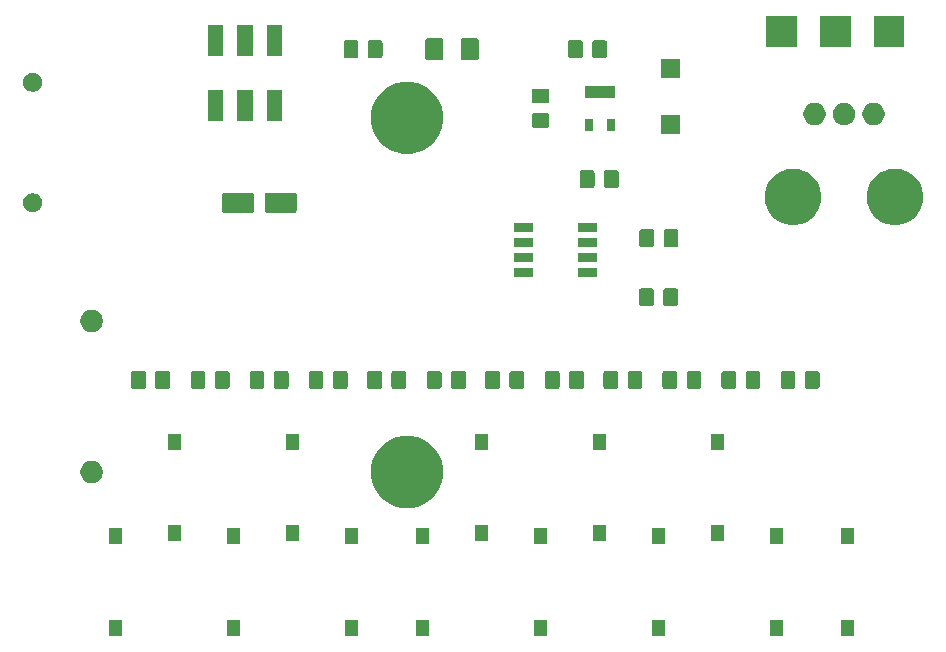
<source format=gts>
G04 #@! TF.GenerationSoftware,KiCad,Pcbnew,(5.1.5)-3*
G04 #@! TF.CreationDate,2020-02-03T22:04:10-05:00*
G04 #@! TF.ProjectId,punk,70756e6b-2e6b-4696-9361-645f70636258,rev?*
G04 #@! TF.SameCoordinates,Original*
G04 #@! TF.FileFunction,Soldermask,Top*
G04 #@! TF.FilePolarity,Negative*
%FSLAX46Y46*%
G04 Gerber Fmt 4.6, Leading zero omitted, Abs format (unit mm)*
G04 Created by KiCad (PCBNEW (5.1.5)-3) date 2020-02-03 22:04:10*
%MOMM*%
%LPD*%
G04 APERTURE LIST*
%ADD10C,0.100000*%
G04 APERTURE END LIST*
D10*
G36*
X166551000Y-124676000D02*
G01*
X165449000Y-124676000D01*
X165449000Y-123324000D01*
X166551000Y-123324000D01*
X166551000Y-124676000D01*
G37*
G36*
X104551000Y-124676000D02*
G01*
X103449000Y-124676000D01*
X103449000Y-123324000D01*
X104551000Y-123324000D01*
X104551000Y-124676000D01*
G37*
G36*
X114551000Y-124676000D02*
G01*
X113449000Y-124676000D01*
X113449000Y-123324000D01*
X114551000Y-123324000D01*
X114551000Y-124676000D01*
G37*
G36*
X124551000Y-124676000D02*
G01*
X123449000Y-124676000D01*
X123449000Y-123324000D01*
X124551000Y-123324000D01*
X124551000Y-124676000D01*
G37*
G36*
X130551000Y-124676000D02*
G01*
X129449000Y-124676000D01*
X129449000Y-123324000D01*
X130551000Y-123324000D01*
X130551000Y-124676000D01*
G37*
G36*
X140551000Y-124676000D02*
G01*
X139449000Y-124676000D01*
X139449000Y-123324000D01*
X140551000Y-123324000D01*
X140551000Y-124676000D01*
G37*
G36*
X150551000Y-124676000D02*
G01*
X149449000Y-124676000D01*
X149449000Y-123324000D01*
X150551000Y-123324000D01*
X150551000Y-124676000D01*
G37*
G36*
X160551000Y-124676000D02*
G01*
X159449000Y-124676000D01*
X159449000Y-123324000D01*
X160551000Y-123324000D01*
X160551000Y-124676000D01*
G37*
G36*
X150551000Y-116926000D02*
G01*
X149449000Y-116926000D01*
X149449000Y-115574000D01*
X150551000Y-115574000D01*
X150551000Y-116926000D01*
G37*
G36*
X160551000Y-116926000D02*
G01*
X159449000Y-116926000D01*
X159449000Y-115574000D01*
X160551000Y-115574000D01*
X160551000Y-116926000D01*
G37*
G36*
X166551000Y-116926000D02*
G01*
X165449000Y-116926000D01*
X165449000Y-115574000D01*
X166551000Y-115574000D01*
X166551000Y-116926000D01*
G37*
G36*
X140551000Y-116926000D02*
G01*
X139449000Y-116926000D01*
X139449000Y-115574000D01*
X140551000Y-115574000D01*
X140551000Y-116926000D01*
G37*
G36*
X124551000Y-116926000D02*
G01*
X123449000Y-116926000D01*
X123449000Y-115574000D01*
X124551000Y-115574000D01*
X124551000Y-116926000D01*
G37*
G36*
X114551000Y-116926000D02*
G01*
X113449000Y-116926000D01*
X113449000Y-115574000D01*
X114551000Y-115574000D01*
X114551000Y-116926000D01*
G37*
G36*
X104551000Y-116926000D02*
G01*
X103449000Y-116926000D01*
X103449000Y-115574000D01*
X104551000Y-115574000D01*
X104551000Y-116926000D01*
G37*
G36*
X130551000Y-116926000D02*
G01*
X129449000Y-116926000D01*
X129449000Y-115574000D01*
X130551000Y-115574000D01*
X130551000Y-116926000D01*
G37*
G36*
X109551000Y-116676000D02*
G01*
X108449000Y-116676000D01*
X108449000Y-115324000D01*
X109551000Y-115324000D01*
X109551000Y-116676000D01*
G37*
G36*
X119551000Y-116676000D02*
G01*
X118449000Y-116676000D01*
X118449000Y-115324000D01*
X119551000Y-115324000D01*
X119551000Y-116676000D01*
G37*
G36*
X145551000Y-116676000D02*
G01*
X144449000Y-116676000D01*
X144449000Y-115324000D01*
X145551000Y-115324000D01*
X145551000Y-116676000D01*
G37*
G36*
X155551000Y-116676000D02*
G01*
X154449000Y-116676000D01*
X154449000Y-115324000D01*
X155551000Y-115324000D01*
X155551000Y-116676000D01*
G37*
G36*
X135551000Y-116676000D02*
G01*
X134449000Y-116676000D01*
X134449000Y-115324000D01*
X135551000Y-115324000D01*
X135551000Y-116676000D01*
G37*
G36*
X129589943Y-107866248D02*
G01*
X130145189Y-108096238D01*
X130145190Y-108096239D01*
X130644899Y-108430134D01*
X131069866Y-108855101D01*
X131069867Y-108855103D01*
X131403762Y-109354811D01*
X131633752Y-109910057D01*
X131751000Y-110499501D01*
X131751000Y-111100499D01*
X131633752Y-111689943D01*
X131403762Y-112245189D01*
X131403761Y-112245190D01*
X131069866Y-112744899D01*
X130644899Y-113169866D01*
X130393347Y-113337948D01*
X130145189Y-113503762D01*
X129589943Y-113733752D01*
X129000499Y-113851000D01*
X128399501Y-113851000D01*
X127810057Y-113733752D01*
X127254811Y-113503762D01*
X127006653Y-113337948D01*
X126755101Y-113169866D01*
X126330134Y-112744899D01*
X125996239Y-112245190D01*
X125996238Y-112245189D01*
X125766248Y-111689943D01*
X125649000Y-111100499D01*
X125649000Y-110499501D01*
X125766248Y-109910057D01*
X125996238Y-109354811D01*
X126330133Y-108855103D01*
X126330134Y-108855101D01*
X126755101Y-108430134D01*
X127254810Y-108096239D01*
X127254811Y-108096238D01*
X127810057Y-107866248D01*
X128399501Y-107749000D01*
X129000499Y-107749000D01*
X129589943Y-107866248D01*
G37*
G36*
X102277395Y-109885546D02*
G01*
X102450466Y-109957234D01*
X102450467Y-109957235D01*
X102606227Y-110061310D01*
X102738690Y-110193773D01*
X102738691Y-110193775D01*
X102842766Y-110349534D01*
X102914454Y-110522605D01*
X102951000Y-110706333D01*
X102951000Y-110893667D01*
X102914454Y-111077395D01*
X102842766Y-111250466D01*
X102842765Y-111250467D01*
X102738690Y-111406227D01*
X102606227Y-111538690D01*
X102527818Y-111591081D01*
X102450466Y-111642766D01*
X102277395Y-111714454D01*
X102093667Y-111751000D01*
X101906333Y-111751000D01*
X101722605Y-111714454D01*
X101549534Y-111642766D01*
X101472182Y-111591081D01*
X101393773Y-111538690D01*
X101261310Y-111406227D01*
X101157235Y-111250467D01*
X101157234Y-111250466D01*
X101085546Y-111077395D01*
X101049000Y-110893667D01*
X101049000Y-110706333D01*
X101085546Y-110522605D01*
X101157234Y-110349534D01*
X101261309Y-110193775D01*
X101261310Y-110193773D01*
X101393773Y-110061310D01*
X101549533Y-109957235D01*
X101549534Y-109957234D01*
X101722605Y-109885546D01*
X101906333Y-109849000D01*
X102093667Y-109849000D01*
X102277395Y-109885546D01*
G37*
G36*
X109551000Y-108926000D02*
G01*
X108449000Y-108926000D01*
X108449000Y-107574000D01*
X109551000Y-107574000D01*
X109551000Y-108926000D01*
G37*
G36*
X135551000Y-108926000D02*
G01*
X134449000Y-108926000D01*
X134449000Y-107574000D01*
X135551000Y-107574000D01*
X135551000Y-108926000D01*
G37*
G36*
X145551000Y-108926000D02*
G01*
X144449000Y-108926000D01*
X144449000Y-107574000D01*
X145551000Y-107574000D01*
X145551000Y-108926000D01*
G37*
G36*
X155551000Y-108926000D02*
G01*
X154449000Y-108926000D01*
X154449000Y-107574000D01*
X155551000Y-107574000D01*
X155551000Y-108926000D01*
G37*
G36*
X119551000Y-108926000D02*
G01*
X118449000Y-108926000D01*
X118449000Y-107574000D01*
X119551000Y-107574000D01*
X119551000Y-108926000D01*
G37*
G36*
X136413674Y-102253465D02*
G01*
X136451367Y-102264899D01*
X136486103Y-102283466D01*
X136516548Y-102308452D01*
X136541534Y-102338897D01*
X136560101Y-102373633D01*
X136571535Y-102411326D01*
X136576000Y-102456661D01*
X136576000Y-103543339D01*
X136571535Y-103588674D01*
X136560101Y-103626367D01*
X136541534Y-103661103D01*
X136516548Y-103691548D01*
X136486103Y-103716534D01*
X136451367Y-103735101D01*
X136413674Y-103746535D01*
X136368339Y-103751000D01*
X135531661Y-103751000D01*
X135486326Y-103746535D01*
X135448633Y-103735101D01*
X135413897Y-103716534D01*
X135383452Y-103691548D01*
X135358466Y-103661103D01*
X135339899Y-103626367D01*
X135328465Y-103588674D01*
X135324000Y-103543339D01*
X135324000Y-102456661D01*
X135328465Y-102411326D01*
X135339899Y-102373633D01*
X135358466Y-102338897D01*
X135383452Y-102308452D01*
X135413897Y-102283466D01*
X135448633Y-102264899D01*
X135486326Y-102253465D01*
X135531661Y-102249000D01*
X136368339Y-102249000D01*
X136413674Y-102253465D01*
G37*
G36*
X106413674Y-102253465D02*
G01*
X106451367Y-102264899D01*
X106486103Y-102283466D01*
X106516548Y-102308452D01*
X106541534Y-102338897D01*
X106560101Y-102373633D01*
X106571535Y-102411326D01*
X106576000Y-102456661D01*
X106576000Y-103543339D01*
X106571535Y-103588674D01*
X106560101Y-103626367D01*
X106541534Y-103661103D01*
X106516548Y-103691548D01*
X106486103Y-103716534D01*
X106451367Y-103735101D01*
X106413674Y-103746535D01*
X106368339Y-103751000D01*
X105531661Y-103751000D01*
X105486326Y-103746535D01*
X105448633Y-103735101D01*
X105413897Y-103716534D01*
X105383452Y-103691548D01*
X105358466Y-103661103D01*
X105339899Y-103626367D01*
X105328465Y-103588674D01*
X105324000Y-103543339D01*
X105324000Y-102456661D01*
X105328465Y-102411326D01*
X105339899Y-102373633D01*
X105358466Y-102338897D01*
X105383452Y-102308452D01*
X105413897Y-102283466D01*
X105448633Y-102264899D01*
X105486326Y-102253465D01*
X105531661Y-102249000D01*
X106368339Y-102249000D01*
X106413674Y-102253465D01*
G37*
G36*
X131463674Y-102253465D02*
G01*
X131501367Y-102264899D01*
X131536103Y-102283466D01*
X131566548Y-102308452D01*
X131591534Y-102338897D01*
X131610101Y-102373633D01*
X131621535Y-102411326D01*
X131626000Y-102456661D01*
X131626000Y-103543339D01*
X131621535Y-103588674D01*
X131610101Y-103626367D01*
X131591534Y-103661103D01*
X131566548Y-103691548D01*
X131536103Y-103716534D01*
X131501367Y-103735101D01*
X131463674Y-103746535D01*
X131418339Y-103751000D01*
X130581661Y-103751000D01*
X130536326Y-103746535D01*
X130498633Y-103735101D01*
X130463897Y-103716534D01*
X130433452Y-103691548D01*
X130408466Y-103661103D01*
X130389899Y-103626367D01*
X130378465Y-103588674D01*
X130374000Y-103543339D01*
X130374000Y-102456661D01*
X130378465Y-102411326D01*
X130389899Y-102373633D01*
X130408466Y-102338897D01*
X130433452Y-102308452D01*
X130463897Y-102283466D01*
X130498633Y-102264899D01*
X130536326Y-102253465D01*
X130581661Y-102249000D01*
X131418339Y-102249000D01*
X131463674Y-102253465D01*
G37*
G36*
X128463674Y-102253465D02*
G01*
X128501367Y-102264899D01*
X128536103Y-102283466D01*
X128566548Y-102308452D01*
X128591534Y-102338897D01*
X128610101Y-102373633D01*
X128621535Y-102411326D01*
X128626000Y-102456661D01*
X128626000Y-103543339D01*
X128621535Y-103588674D01*
X128610101Y-103626367D01*
X128591534Y-103661103D01*
X128566548Y-103691548D01*
X128536103Y-103716534D01*
X128501367Y-103735101D01*
X128463674Y-103746535D01*
X128418339Y-103751000D01*
X127581661Y-103751000D01*
X127536326Y-103746535D01*
X127498633Y-103735101D01*
X127463897Y-103716534D01*
X127433452Y-103691548D01*
X127408466Y-103661103D01*
X127389899Y-103626367D01*
X127378465Y-103588674D01*
X127374000Y-103543339D01*
X127374000Y-102456661D01*
X127378465Y-102411326D01*
X127389899Y-102373633D01*
X127408466Y-102338897D01*
X127433452Y-102308452D01*
X127463897Y-102283466D01*
X127498633Y-102264899D01*
X127536326Y-102253465D01*
X127581661Y-102249000D01*
X128418339Y-102249000D01*
X128463674Y-102253465D01*
G37*
G36*
X126413674Y-102253465D02*
G01*
X126451367Y-102264899D01*
X126486103Y-102283466D01*
X126516548Y-102308452D01*
X126541534Y-102338897D01*
X126560101Y-102373633D01*
X126571535Y-102411326D01*
X126576000Y-102456661D01*
X126576000Y-103543339D01*
X126571535Y-103588674D01*
X126560101Y-103626367D01*
X126541534Y-103661103D01*
X126516548Y-103691548D01*
X126486103Y-103716534D01*
X126451367Y-103735101D01*
X126413674Y-103746535D01*
X126368339Y-103751000D01*
X125531661Y-103751000D01*
X125486326Y-103746535D01*
X125448633Y-103735101D01*
X125413897Y-103716534D01*
X125383452Y-103691548D01*
X125358466Y-103661103D01*
X125339899Y-103626367D01*
X125328465Y-103588674D01*
X125324000Y-103543339D01*
X125324000Y-102456661D01*
X125328465Y-102411326D01*
X125339899Y-102373633D01*
X125358466Y-102338897D01*
X125383452Y-102308452D01*
X125413897Y-102283466D01*
X125448633Y-102264899D01*
X125486326Y-102253465D01*
X125531661Y-102249000D01*
X126368339Y-102249000D01*
X126413674Y-102253465D01*
G37*
G36*
X123513674Y-102253465D02*
G01*
X123551367Y-102264899D01*
X123586103Y-102283466D01*
X123616548Y-102308452D01*
X123641534Y-102338897D01*
X123660101Y-102373633D01*
X123671535Y-102411326D01*
X123676000Y-102456661D01*
X123676000Y-103543339D01*
X123671535Y-103588674D01*
X123660101Y-103626367D01*
X123641534Y-103661103D01*
X123616548Y-103691548D01*
X123586103Y-103716534D01*
X123551367Y-103735101D01*
X123513674Y-103746535D01*
X123468339Y-103751000D01*
X122631661Y-103751000D01*
X122586326Y-103746535D01*
X122548633Y-103735101D01*
X122513897Y-103716534D01*
X122483452Y-103691548D01*
X122458466Y-103661103D01*
X122439899Y-103626367D01*
X122428465Y-103588674D01*
X122424000Y-103543339D01*
X122424000Y-102456661D01*
X122428465Y-102411326D01*
X122439899Y-102373633D01*
X122458466Y-102338897D01*
X122483452Y-102308452D01*
X122513897Y-102283466D01*
X122548633Y-102264899D01*
X122586326Y-102253465D01*
X122631661Y-102249000D01*
X123468339Y-102249000D01*
X123513674Y-102253465D01*
G37*
G36*
X121463674Y-102253465D02*
G01*
X121501367Y-102264899D01*
X121536103Y-102283466D01*
X121566548Y-102308452D01*
X121591534Y-102338897D01*
X121610101Y-102373633D01*
X121621535Y-102411326D01*
X121626000Y-102456661D01*
X121626000Y-103543339D01*
X121621535Y-103588674D01*
X121610101Y-103626367D01*
X121591534Y-103661103D01*
X121566548Y-103691548D01*
X121536103Y-103716534D01*
X121501367Y-103735101D01*
X121463674Y-103746535D01*
X121418339Y-103751000D01*
X120581661Y-103751000D01*
X120536326Y-103746535D01*
X120498633Y-103735101D01*
X120463897Y-103716534D01*
X120433452Y-103691548D01*
X120408466Y-103661103D01*
X120389899Y-103626367D01*
X120378465Y-103588674D01*
X120374000Y-103543339D01*
X120374000Y-102456661D01*
X120378465Y-102411326D01*
X120389899Y-102373633D01*
X120408466Y-102338897D01*
X120433452Y-102308452D01*
X120463897Y-102283466D01*
X120498633Y-102264899D01*
X120536326Y-102253465D01*
X120581661Y-102249000D01*
X121418339Y-102249000D01*
X121463674Y-102253465D01*
G37*
G36*
X118513674Y-102253465D02*
G01*
X118551367Y-102264899D01*
X118586103Y-102283466D01*
X118616548Y-102308452D01*
X118641534Y-102338897D01*
X118660101Y-102373633D01*
X118671535Y-102411326D01*
X118676000Y-102456661D01*
X118676000Y-103543339D01*
X118671535Y-103588674D01*
X118660101Y-103626367D01*
X118641534Y-103661103D01*
X118616548Y-103691548D01*
X118586103Y-103716534D01*
X118551367Y-103735101D01*
X118513674Y-103746535D01*
X118468339Y-103751000D01*
X117631661Y-103751000D01*
X117586326Y-103746535D01*
X117548633Y-103735101D01*
X117513897Y-103716534D01*
X117483452Y-103691548D01*
X117458466Y-103661103D01*
X117439899Y-103626367D01*
X117428465Y-103588674D01*
X117424000Y-103543339D01*
X117424000Y-102456661D01*
X117428465Y-102411326D01*
X117439899Y-102373633D01*
X117458466Y-102338897D01*
X117483452Y-102308452D01*
X117513897Y-102283466D01*
X117548633Y-102264899D01*
X117586326Y-102253465D01*
X117631661Y-102249000D01*
X118468339Y-102249000D01*
X118513674Y-102253465D01*
G37*
G36*
X116463674Y-102253465D02*
G01*
X116501367Y-102264899D01*
X116536103Y-102283466D01*
X116566548Y-102308452D01*
X116591534Y-102338897D01*
X116610101Y-102373633D01*
X116621535Y-102411326D01*
X116626000Y-102456661D01*
X116626000Y-103543339D01*
X116621535Y-103588674D01*
X116610101Y-103626367D01*
X116591534Y-103661103D01*
X116566548Y-103691548D01*
X116536103Y-103716534D01*
X116501367Y-103735101D01*
X116463674Y-103746535D01*
X116418339Y-103751000D01*
X115581661Y-103751000D01*
X115536326Y-103746535D01*
X115498633Y-103735101D01*
X115463897Y-103716534D01*
X115433452Y-103691548D01*
X115408466Y-103661103D01*
X115389899Y-103626367D01*
X115378465Y-103588674D01*
X115374000Y-103543339D01*
X115374000Y-102456661D01*
X115378465Y-102411326D01*
X115389899Y-102373633D01*
X115408466Y-102338897D01*
X115433452Y-102308452D01*
X115463897Y-102283466D01*
X115498633Y-102264899D01*
X115536326Y-102253465D01*
X115581661Y-102249000D01*
X116418339Y-102249000D01*
X116463674Y-102253465D01*
G37*
G36*
X111463674Y-102253465D02*
G01*
X111501367Y-102264899D01*
X111536103Y-102283466D01*
X111566548Y-102308452D01*
X111591534Y-102338897D01*
X111610101Y-102373633D01*
X111621535Y-102411326D01*
X111626000Y-102456661D01*
X111626000Y-103543339D01*
X111621535Y-103588674D01*
X111610101Y-103626367D01*
X111591534Y-103661103D01*
X111566548Y-103691548D01*
X111536103Y-103716534D01*
X111501367Y-103735101D01*
X111463674Y-103746535D01*
X111418339Y-103751000D01*
X110581661Y-103751000D01*
X110536326Y-103746535D01*
X110498633Y-103735101D01*
X110463897Y-103716534D01*
X110433452Y-103691548D01*
X110408466Y-103661103D01*
X110389899Y-103626367D01*
X110378465Y-103588674D01*
X110374000Y-103543339D01*
X110374000Y-102456661D01*
X110378465Y-102411326D01*
X110389899Y-102373633D01*
X110408466Y-102338897D01*
X110433452Y-102308452D01*
X110463897Y-102283466D01*
X110498633Y-102264899D01*
X110536326Y-102253465D01*
X110581661Y-102249000D01*
X111418339Y-102249000D01*
X111463674Y-102253465D01*
G37*
G36*
X108463674Y-102253465D02*
G01*
X108501367Y-102264899D01*
X108536103Y-102283466D01*
X108566548Y-102308452D01*
X108591534Y-102338897D01*
X108610101Y-102373633D01*
X108621535Y-102411326D01*
X108626000Y-102456661D01*
X108626000Y-103543339D01*
X108621535Y-103588674D01*
X108610101Y-103626367D01*
X108591534Y-103661103D01*
X108566548Y-103691548D01*
X108536103Y-103716534D01*
X108501367Y-103735101D01*
X108463674Y-103746535D01*
X108418339Y-103751000D01*
X107581661Y-103751000D01*
X107536326Y-103746535D01*
X107498633Y-103735101D01*
X107463897Y-103716534D01*
X107433452Y-103691548D01*
X107408466Y-103661103D01*
X107389899Y-103626367D01*
X107378465Y-103588674D01*
X107374000Y-103543339D01*
X107374000Y-102456661D01*
X107378465Y-102411326D01*
X107389899Y-102373633D01*
X107408466Y-102338897D01*
X107433452Y-102308452D01*
X107463897Y-102283466D01*
X107498633Y-102264899D01*
X107536326Y-102253465D01*
X107581661Y-102249000D01*
X108418339Y-102249000D01*
X108463674Y-102253465D01*
G37*
G36*
X113513674Y-102253465D02*
G01*
X113551367Y-102264899D01*
X113586103Y-102283466D01*
X113616548Y-102308452D01*
X113641534Y-102338897D01*
X113660101Y-102373633D01*
X113671535Y-102411326D01*
X113676000Y-102456661D01*
X113676000Y-103543339D01*
X113671535Y-103588674D01*
X113660101Y-103626367D01*
X113641534Y-103661103D01*
X113616548Y-103691548D01*
X113586103Y-103716534D01*
X113551367Y-103735101D01*
X113513674Y-103746535D01*
X113468339Y-103751000D01*
X112631661Y-103751000D01*
X112586326Y-103746535D01*
X112548633Y-103735101D01*
X112513897Y-103716534D01*
X112483452Y-103691548D01*
X112458466Y-103661103D01*
X112439899Y-103626367D01*
X112428465Y-103588674D01*
X112424000Y-103543339D01*
X112424000Y-102456661D01*
X112428465Y-102411326D01*
X112439899Y-102373633D01*
X112458466Y-102338897D01*
X112483452Y-102308452D01*
X112513897Y-102283466D01*
X112548633Y-102264899D01*
X112586326Y-102253465D01*
X112631661Y-102249000D01*
X113468339Y-102249000D01*
X113513674Y-102253465D01*
G37*
G36*
X141463674Y-102253465D02*
G01*
X141501367Y-102264899D01*
X141536103Y-102283466D01*
X141566548Y-102308452D01*
X141591534Y-102338897D01*
X141610101Y-102373633D01*
X141621535Y-102411326D01*
X141626000Y-102456661D01*
X141626000Y-103543339D01*
X141621535Y-103588674D01*
X141610101Y-103626367D01*
X141591534Y-103661103D01*
X141566548Y-103691548D01*
X141536103Y-103716534D01*
X141501367Y-103735101D01*
X141463674Y-103746535D01*
X141418339Y-103751000D01*
X140581661Y-103751000D01*
X140536326Y-103746535D01*
X140498633Y-103735101D01*
X140463897Y-103716534D01*
X140433452Y-103691548D01*
X140408466Y-103661103D01*
X140389899Y-103626367D01*
X140378465Y-103588674D01*
X140374000Y-103543339D01*
X140374000Y-102456661D01*
X140378465Y-102411326D01*
X140389899Y-102373633D01*
X140408466Y-102338897D01*
X140433452Y-102308452D01*
X140463897Y-102283466D01*
X140498633Y-102264899D01*
X140536326Y-102253465D01*
X140581661Y-102249000D01*
X141418339Y-102249000D01*
X141463674Y-102253465D01*
G37*
G36*
X138463674Y-102253465D02*
G01*
X138501367Y-102264899D01*
X138536103Y-102283466D01*
X138566548Y-102308452D01*
X138591534Y-102338897D01*
X138610101Y-102373633D01*
X138621535Y-102411326D01*
X138626000Y-102456661D01*
X138626000Y-103543339D01*
X138621535Y-103588674D01*
X138610101Y-103626367D01*
X138591534Y-103661103D01*
X138566548Y-103691548D01*
X138536103Y-103716534D01*
X138501367Y-103735101D01*
X138463674Y-103746535D01*
X138418339Y-103751000D01*
X137581661Y-103751000D01*
X137536326Y-103746535D01*
X137498633Y-103735101D01*
X137463897Y-103716534D01*
X137433452Y-103691548D01*
X137408466Y-103661103D01*
X137389899Y-103626367D01*
X137378465Y-103588674D01*
X137374000Y-103543339D01*
X137374000Y-102456661D01*
X137378465Y-102411326D01*
X137389899Y-102373633D01*
X137408466Y-102338897D01*
X137433452Y-102308452D01*
X137463897Y-102283466D01*
X137498633Y-102264899D01*
X137536326Y-102253465D01*
X137581661Y-102249000D01*
X138418339Y-102249000D01*
X138463674Y-102253465D01*
G37*
G36*
X163463674Y-102253465D02*
G01*
X163501367Y-102264899D01*
X163536103Y-102283466D01*
X163566548Y-102308452D01*
X163591534Y-102338897D01*
X163610101Y-102373633D01*
X163621535Y-102411326D01*
X163626000Y-102456661D01*
X163626000Y-103543339D01*
X163621535Y-103588674D01*
X163610101Y-103626367D01*
X163591534Y-103661103D01*
X163566548Y-103691548D01*
X163536103Y-103716534D01*
X163501367Y-103735101D01*
X163463674Y-103746535D01*
X163418339Y-103751000D01*
X162581661Y-103751000D01*
X162536326Y-103746535D01*
X162498633Y-103735101D01*
X162463897Y-103716534D01*
X162433452Y-103691548D01*
X162408466Y-103661103D01*
X162389899Y-103626367D01*
X162378465Y-103588674D01*
X162374000Y-103543339D01*
X162374000Y-102456661D01*
X162378465Y-102411326D01*
X162389899Y-102373633D01*
X162408466Y-102338897D01*
X162433452Y-102308452D01*
X162463897Y-102283466D01*
X162498633Y-102264899D01*
X162536326Y-102253465D01*
X162581661Y-102249000D01*
X163418339Y-102249000D01*
X163463674Y-102253465D01*
G37*
G36*
X133513674Y-102253465D02*
G01*
X133551367Y-102264899D01*
X133586103Y-102283466D01*
X133616548Y-102308452D01*
X133641534Y-102338897D01*
X133660101Y-102373633D01*
X133671535Y-102411326D01*
X133676000Y-102456661D01*
X133676000Y-103543339D01*
X133671535Y-103588674D01*
X133660101Y-103626367D01*
X133641534Y-103661103D01*
X133616548Y-103691548D01*
X133586103Y-103716534D01*
X133551367Y-103735101D01*
X133513674Y-103746535D01*
X133468339Y-103751000D01*
X132631661Y-103751000D01*
X132586326Y-103746535D01*
X132548633Y-103735101D01*
X132513897Y-103716534D01*
X132483452Y-103691548D01*
X132458466Y-103661103D01*
X132439899Y-103626367D01*
X132428465Y-103588674D01*
X132424000Y-103543339D01*
X132424000Y-102456661D01*
X132428465Y-102411326D01*
X132439899Y-102373633D01*
X132458466Y-102338897D01*
X132483452Y-102308452D01*
X132513897Y-102283466D01*
X132548633Y-102264899D01*
X132586326Y-102253465D01*
X132631661Y-102249000D01*
X133468339Y-102249000D01*
X133513674Y-102253465D01*
G37*
G36*
X161413674Y-102253465D02*
G01*
X161451367Y-102264899D01*
X161486103Y-102283466D01*
X161516548Y-102308452D01*
X161541534Y-102338897D01*
X161560101Y-102373633D01*
X161571535Y-102411326D01*
X161576000Y-102456661D01*
X161576000Y-103543339D01*
X161571535Y-103588674D01*
X161560101Y-103626367D01*
X161541534Y-103661103D01*
X161516548Y-103691548D01*
X161486103Y-103716534D01*
X161451367Y-103735101D01*
X161413674Y-103746535D01*
X161368339Y-103751000D01*
X160531661Y-103751000D01*
X160486326Y-103746535D01*
X160448633Y-103735101D01*
X160413897Y-103716534D01*
X160383452Y-103691548D01*
X160358466Y-103661103D01*
X160339899Y-103626367D01*
X160328465Y-103588674D01*
X160324000Y-103543339D01*
X160324000Y-102456661D01*
X160328465Y-102411326D01*
X160339899Y-102373633D01*
X160358466Y-102338897D01*
X160383452Y-102308452D01*
X160413897Y-102283466D01*
X160448633Y-102264899D01*
X160486326Y-102253465D01*
X160531661Y-102249000D01*
X161368339Y-102249000D01*
X161413674Y-102253465D01*
G37*
G36*
X158463674Y-102253465D02*
G01*
X158501367Y-102264899D01*
X158536103Y-102283466D01*
X158566548Y-102308452D01*
X158591534Y-102338897D01*
X158610101Y-102373633D01*
X158621535Y-102411326D01*
X158626000Y-102456661D01*
X158626000Y-103543339D01*
X158621535Y-103588674D01*
X158610101Y-103626367D01*
X158591534Y-103661103D01*
X158566548Y-103691548D01*
X158536103Y-103716534D01*
X158501367Y-103735101D01*
X158463674Y-103746535D01*
X158418339Y-103751000D01*
X157581661Y-103751000D01*
X157536326Y-103746535D01*
X157498633Y-103735101D01*
X157463897Y-103716534D01*
X157433452Y-103691548D01*
X157408466Y-103661103D01*
X157389899Y-103626367D01*
X157378465Y-103588674D01*
X157374000Y-103543339D01*
X157374000Y-102456661D01*
X157378465Y-102411326D01*
X157389899Y-102373633D01*
X157408466Y-102338897D01*
X157433452Y-102308452D01*
X157463897Y-102283466D01*
X157498633Y-102264899D01*
X157536326Y-102253465D01*
X157581661Y-102249000D01*
X158418339Y-102249000D01*
X158463674Y-102253465D01*
G37*
G36*
X156413674Y-102253465D02*
G01*
X156451367Y-102264899D01*
X156486103Y-102283466D01*
X156516548Y-102308452D01*
X156541534Y-102338897D01*
X156560101Y-102373633D01*
X156571535Y-102411326D01*
X156576000Y-102456661D01*
X156576000Y-103543339D01*
X156571535Y-103588674D01*
X156560101Y-103626367D01*
X156541534Y-103661103D01*
X156516548Y-103691548D01*
X156486103Y-103716534D01*
X156451367Y-103735101D01*
X156413674Y-103746535D01*
X156368339Y-103751000D01*
X155531661Y-103751000D01*
X155486326Y-103746535D01*
X155448633Y-103735101D01*
X155413897Y-103716534D01*
X155383452Y-103691548D01*
X155358466Y-103661103D01*
X155339899Y-103626367D01*
X155328465Y-103588674D01*
X155324000Y-103543339D01*
X155324000Y-102456661D01*
X155328465Y-102411326D01*
X155339899Y-102373633D01*
X155358466Y-102338897D01*
X155383452Y-102308452D01*
X155413897Y-102283466D01*
X155448633Y-102264899D01*
X155486326Y-102253465D01*
X155531661Y-102249000D01*
X156368339Y-102249000D01*
X156413674Y-102253465D01*
G37*
G36*
X151413674Y-102253465D02*
G01*
X151451367Y-102264899D01*
X151486103Y-102283466D01*
X151516548Y-102308452D01*
X151541534Y-102338897D01*
X151560101Y-102373633D01*
X151571535Y-102411326D01*
X151576000Y-102456661D01*
X151576000Y-103543339D01*
X151571535Y-103588674D01*
X151560101Y-103626367D01*
X151541534Y-103661103D01*
X151516548Y-103691548D01*
X151486103Y-103716534D01*
X151451367Y-103735101D01*
X151413674Y-103746535D01*
X151368339Y-103751000D01*
X150531661Y-103751000D01*
X150486326Y-103746535D01*
X150448633Y-103735101D01*
X150413897Y-103716534D01*
X150383452Y-103691548D01*
X150358466Y-103661103D01*
X150339899Y-103626367D01*
X150328465Y-103588674D01*
X150324000Y-103543339D01*
X150324000Y-102456661D01*
X150328465Y-102411326D01*
X150339899Y-102373633D01*
X150358466Y-102338897D01*
X150383452Y-102308452D01*
X150413897Y-102283466D01*
X150448633Y-102264899D01*
X150486326Y-102253465D01*
X150531661Y-102249000D01*
X151368339Y-102249000D01*
X151413674Y-102253465D01*
G37*
G36*
X148463674Y-102253465D02*
G01*
X148501367Y-102264899D01*
X148536103Y-102283466D01*
X148566548Y-102308452D01*
X148591534Y-102338897D01*
X148610101Y-102373633D01*
X148621535Y-102411326D01*
X148626000Y-102456661D01*
X148626000Y-103543339D01*
X148621535Y-103588674D01*
X148610101Y-103626367D01*
X148591534Y-103661103D01*
X148566548Y-103691548D01*
X148536103Y-103716534D01*
X148501367Y-103735101D01*
X148463674Y-103746535D01*
X148418339Y-103751000D01*
X147581661Y-103751000D01*
X147536326Y-103746535D01*
X147498633Y-103735101D01*
X147463897Y-103716534D01*
X147433452Y-103691548D01*
X147408466Y-103661103D01*
X147389899Y-103626367D01*
X147378465Y-103588674D01*
X147374000Y-103543339D01*
X147374000Y-102456661D01*
X147378465Y-102411326D01*
X147389899Y-102373633D01*
X147408466Y-102338897D01*
X147433452Y-102308452D01*
X147463897Y-102283466D01*
X147498633Y-102264899D01*
X147536326Y-102253465D01*
X147581661Y-102249000D01*
X148418339Y-102249000D01*
X148463674Y-102253465D01*
G37*
G36*
X146413674Y-102253465D02*
G01*
X146451367Y-102264899D01*
X146486103Y-102283466D01*
X146516548Y-102308452D01*
X146541534Y-102338897D01*
X146560101Y-102373633D01*
X146571535Y-102411326D01*
X146576000Y-102456661D01*
X146576000Y-103543339D01*
X146571535Y-103588674D01*
X146560101Y-103626367D01*
X146541534Y-103661103D01*
X146516548Y-103691548D01*
X146486103Y-103716534D01*
X146451367Y-103735101D01*
X146413674Y-103746535D01*
X146368339Y-103751000D01*
X145531661Y-103751000D01*
X145486326Y-103746535D01*
X145448633Y-103735101D01*
X145413897Y-103716534D01*
X145383452Y-103691548D01*
X145358466Y-103661103D01*
X145339899Y-103626367D01*
X145328465Y-103588674D01*
X145324000Y-103543339D01*
X145324000Y-102456661D01*
X145328465Y-102411326D01*
X145339899Y-102373633D01*
X145358466Y-102338897D01*
X145383452Y-102308452D01*
X145413897Y-102283466D01*
X145448633Y-102264899D01*
X145486326Y-102253465D01*
X145531661Y-102249000D01*
X146368339Y-102249000D01*
X146413674Y-102253465D01*
G37*
G36*
X143513674Y-102253465D02*
G01*
X143551367Y-102264899D01*
X143586103Y-102283466D01*
X143616548Y-102308452D01*
X143641534Y-102338897D01*
X143660101Y-102373633D01*
X143671535Y-102411326D01*
X143676000Y-102456661D01*
X143676000Y-103543339D01*
X143671535Y-103588674D01*
X143660101Y-103626367D01*
X143641534Y-103661103D01*
X143616548Y-103691548D01*
X143586103Y-103716534D01*
X143551367Y-103735101D01*
X143513674Y-103746535D01*
X143468339Y-103751000D01*
X142631661Y-103751000D01*
X142586326Y-103746535D01*
X142548633Y-103735101D01*
X142513897Y-103716534D01*
X142483452Y-103691548D01*
X142458466Y-103661103D01*
X142439899Y-103626367D01*
X142428465Y-103588674D01*
X142424000Y-103543339D01*
X142424000Y-102456661D01*
X142428465Y-102411326D01*
X142439899Y-102373633D01*
X142458466Y-102338897D01*
X142483452Y-102308452D01*
X142513897Y-102283466D01*
X142548633Y-102264899D01*
X142586326Y-102253465D01*
X142631661Y-102249000D01*
X143468339Y-102249000D01*
X143513674Y-102253465D01*
G37*
G36*
X153463674Y-102253465D02*
G01*
X153501367Y-102264899D01*
X153536103Y-102283466D01*
X153566548Y-102308452D01*
X153591534Y-102338897D01*
X153610101Y-102373633D01*
X153621535Y-102411326D01*
X153626000Y-102456661D01*
X153626000Y-103543339D01*
X153621535Y-103588674D01*
X153610101Y-103626367D01*
X153591534Y-103661103D01*
X153566548Y-103691548D01*
X153536103Y-103716534D01*
X153501367Y-103735101D01*
X153463674Y-103746535D01*
X153418339Y-103751000D01*
X152581661Y-103751000D01*
X152536326Y-103746535D01*
X152498633Y-103735101D01*
X152463897Y-103716534D01*
X152433452Y-103691548D01*
X152408466Y-103661103D01*
X152389899Y-103626367D01*
X152378465Y-103588674D01*
X152374000Y-103543339D01*
X152374000Y-102456661D01*
X152378465Y-102411326D01*
X152389899Y-102373633D01*
X152408466Y-102338897D01*
X152433452Y-102308452D01*
X152463897Y-102283466D01*
X152498633Y-102264899D01*
X152536326Y-102253465D01*
X152581661Y-102249000D01*
X153418339Y-102249000D01*
X153463674Y-102253465D01*
G37*
G36*
X102277395Y-97085546D02*
G01*
X102450466Y-97157234D01*
X102450467Y-97157235D01*
X102606227Y-97261310D01*
X102738690Y-97393773D01*
X102738691Y-97393775D01*
X102842766Y-97549534D01*
X102914454Y-97722605D01*
X102951000Y-97906333D01*
X102951000Y-98093667D01*
X102914454Y-98277395D01*
X102842766Y-98450466D01*
X102842765Y-98450467D01*
X102738690Y-98606227D01*
X102606227Y-98738690D01*
X102527818Y-98791081D01*
X102450466Y-98842766D01*
X102277395Y-98914454D01*
X102093667Y-98951000D01*
X101906333Y-98951000D01*
X101722605Y-98914454D01*
X101549534Y-98842766D01*
X101472182Y-98791081D01*
X101393773Y-98738690D01*
X101261310Y-98606227D01*
X101157235Y-98450467D01*
X101157234Y-98450466D01*
X101085546Y-98277395D01*
X101049000Y-98093667D01*
X101049000Y-97906333D01*
X101085546Y-97722605D01*
X101157234Y-97549534D01*
X101261309Y-97393775D01*
X101261310Y-97393773D01*
X101393773Y-97261310D01*
X101549533Y-97157235D01*
X101549534Y-97157234D01*
X101722605Y-97085546D01*
X101906333Y-97049000D01*
X102093667Y-97049000D01*
X102277395Y-97085546D01*
G37*
G36*
X151488674Y-95253465D02*
G01*
X151526367Y-95264899D01*
X151561103Y-95283466D01*
X151591548Y-95308452D01*
X151616534Y-95338897D01*
X151635101Y-95373633D01*
X151646535Y-95411326D01*
X151651000Y-95456661D01*
X151651000Y-96543339D01*
X151646535Y-96588674D01*
X151635101Y-96626367D01*
X151616534Y-96661103D01*
X151591548Y-96691548D01*
X151561103Y-96716534D01*
X151526367Y-96735101D01*
X151488674Y-96746535D01*
X151443339Y-96751000D01*
X150606661Y-96751000D01*
X150561326Y-96746535D01*
X150523633Y-96735101D01*
X150488897Y-96716534D01*
X150458452Y-96691548D01*
X150433466Y-96661103D01*
X150414899Y-96626367D01*
X150403465Y-96588674D01*
X150399000Y-96543339D01*
X150399000Y-95456661D01*
X150403465Y-95411326D01*
X150414899Y-95373633D01*
X150433466Y-95338897D01*
X150458452Y-95308452D01*
X150488897Y-95283466D01*
X150523633Y-95264899D01*
X150561326Y-95253465D01*
X150606661Y-95249000D01*
X151443339Y-95249000D01*
X151488674Y-95253465D01*
G37*
G36*
X149438674Y-95253465D02*
G01*
X149476367Y-95264899D01*
X149511103Y-95283466D01*
X149541548Y-95308452D01*
X149566534Y-95338897D01*
X149585101Y-95373633D01*
X149596535Y-95411326D01*
X149601000Y-95456661D01*
X149601000Y-96543339D01*
X149596535Y-96588674D01*
X149585101Y-96626367D01*
X149566534Y-96661103D01*
X149541548Y-96691548D01*
X149511103Y-96716534D01*
X149476367Y-96735101D01*
X149438674Y-96746535D01*
X149393339Y-96751000D01*
X148556661Y-96751000D01*
X148511326Y-96746535D01*
X148473633Y-96735101D01*
X148438897Y-96716534D01*
X148408452Y-96691548D01*
X148383466Y-96661103D01*
X148364899Y-96626367D01*
X148353465Y-96588674D01*
X148349000Y-96543339D01*
X148349000Y-95456661D01*
X148353465Y-95411326D01*
X148364899Y-95373633D01*
X148383466Y-95338897D01*
X148408452Y-95308452D01*
X148438897Y-95283466D01*
X148473633Y-95264899D01*
X148511326Y-95253465D01*
X148556661Y-95249000D01*
X149393339Y-95249000D01*
X149438674Y-95253465D01*
G37*
G36*
X144813500Y-94281000D02*
G01*
X143186500Y-94281000D01*
X143186500Y-93529000D01*
X144813500Y-93529000D01*
X144813500Y-94281000D01*
G37*
G36*
X139389500Y-94281000D02*
G01*
X137762500Y-94281000D01*
X137762500Y-93529000D01*
X139389500Y-93529000D01*
X139389500Y-94281000D01*
G37*
G36*
X139389500Y-93011000D02*
G01*
X137762500Y-93011000D01*
X137762500Y-92259000D01*
X139389500Y-92259000D01*
X139389500Y-93011000D01*
G37*
G36*
X144813500Y-93011000D02*
G01*
X143186500Y-93011000D01*
X143186500Y-92259000D01*
X144813500Y-92259000D01*
X144813500Y-93011000D01*
G37*
G36*
X149463674Y-90253465D02*
G01*
X149501367Y-90264899D01*
X149536103Y-90283466D01*
X149566548Y-90308452D01*
X149591534Y-90338897D01*
X149610101Y-90373633D01*
X149621535Y-90411326D01*
X149626000Y-90456661D01*
X149626000Y-91543339D01*
X149621535Y-91588674D01*
X149610101Y-91626367D01*
X149591534Y-91661103D01*
X149566548Y-91691548D01*
X149536103Y-91716534D01*
X149501367Y-91735101D01*
X149463674Y-91746535D01*
X149418339Y-91751000D01*
X148581661Y-91751000D01*
X148536326Y-91746535D01*
X148498633Y-91735101D01*
X148463897Y-91716534D01*
X148433452Y-91691548D01*
X148408466Y-91661103D01*
X148389899Y-91626367D01*
X148378465Y-91588674D01*
X148374000Y-91543339D01*
X148374000Y-90456661D01*
X148378465Y-90411326D01*
X148389899Y-90373633D01*
X148408466Y-90338897D01*
X148433452Y-90308452D01*
X148463897Y-90283466D01*
X148498633Y-90264899D01*
X148536326Y-90253465D01*
X148581661Y-90249000D01*
X149418339Y-90249000D01*
X149463674Y-90253465D01*
G37*
G36*
X151513674Y-90253465D02*
G01*
X151551367Y-90264899D01*
X151586103Y-90283466D01*
X151616548Y-90308452D01*
X151641534Y-90338897D01*
X151660101Y-90373633D01*
X151671535Y-90411326D01*
X151676000Y-90456661D01*
X151676000Y-91543339D01*
X151671535Y-91588674D01*
X151660101Y-91626367D01*
X151641534Y-91661103D01*
X151616548Y-91691548D01*
X151586103Y-91716534D01*
X151551367Y-91735101D01*
X151513674Y-91746535D01*
X151468339Y-91751000D01*
X150631661Y-91751000D01*
X150586326Y-91746535D01*
X150548633Y-91735101D01*
X150513897Y-91716534D01*
X150483452Y-91691548D01*
X150458466Y-91661103D01*
X150439899Y-91626367D01*
X150428465Y-91588674D01*
X150424000Y-91543339D01*
X150424000Y-90456661D01*
X150428465Y-90411326D01*
X150439899Y-90373633D01*
X150458466Y-90338897D01*
X150483452Y-90308452D01*
X150513897Y-90283466D01*
X150548633Y-90264899D01*
X150586326Y-90253465D01*
X150631661Y-90249000D01*
X151468339Y-90249000D01*
X151513674Y-90253465D01*
G37*
G36*
X144813500Y-91741000D02*
G01*
X143186500Y-91741000D01*
X143186500Y-90989000D01*
X144813500Y-90989000D01*
X144813500Y-91741000D01*
G37*
G36*
X139389500Y-91741000D02*
G01*
X137762500Y-91741000D01*
X137762500Y-90989000D01*
X139389500Y-90989000D01*
X139389500Y-91741000D01*
G37*
G36*
X139389500Y-90471000D02*
G01*
X137762500Y-90471000D01*
X137762500Y-89719000D01*
X139389500Y-89719000D01*
X139389500Y-90471000D01*
G37*
G36*
X144813500Y-90471000D02*
G01*
X143186500Y-90471000D01*
X143186500Y-89719000D01*
X144813500Y-89719000D01*
X144813500Y-90471000D01*
G37*
G36*
X170544132Y-85167333D02*
G01*
X170698304Y-85198000D01*
X171133984Y-85378464D01*
X171526086Y-85640458D01*
X171859542Y-85973914D01*
X172121536Y-86366016D01*
X172281001Y-86751000D01*
X172302000Y-86801697D01*
X172394000Y-87264210D01*
X172394000Y-87735790D01*
X172357138Y-87921107D01*
X172302000Y-88198304D01*
X172121536Y-88633984D01*
X171859542Y-89026086D01*
X171526086Y-89359542D01*
X171133984Y-89621536D01*
X170698304Y-89802000D01*
X170544132Y-89832667D01*
X170235790Y-89894000D01*
X169764210Y-89894000D01*
X169455868Y-89832667D01*
X169301696Y-89802000D01*
X168866016Y-89621536D01*
X168473914Y-89359542D01*
X168140458Y-89026086D01*
X167878464Y-88633984D01*
X167698000Y-88198304D01*
X167642862Y-87921107D01*
X167606000Y-87735790D01*
X167606000Y-87264210D01*
X167698000Y-86801697D01*
X167718999Y-86751000D01*
X167878464Y-86366016D01*
X168140458Y-85973914D01*
X168473914Y-85640458D01*
X168866016Y-85378464D01*
X169301696Y-85198000D01*
X169455868Y-85167333D01*
X169764210Y-85106000D01*
X170235790Y-85106000D01*
X170544132Y-85167333D01*
G37*
G36*
X161944132Y-85167333D02*
G01*
X162098304Y-85198000D01*
X162533984Y-85378464D01*
X162926086Y-85640458D01*
X163259542Y-85973914D01*
X163521536Y-86366016D01*
X163681001Y-86751000D01*
X163702000Y-86801697D01*
X163794000Y-87264210D01*
X163794000Y-87735790D01*
X163757138Y-87921107D01*
X163702000Y-88198304D01*
X163521536Y-88633984D01*
X163259542Y-89026086D01*
X162926086Y-89359542D01*
X162533984Y-89621536D01*
X162098304Y-89802000D01*
X161944132Y-89832667D01*
X161635790Y-89894000D01*
X161164210Y-89894000D01*
X160855868Y-89832667D01*
X160701696Y-89802000D01*
X160266016Y-89621536D01*
X159873914Y-89359542D01*
X159540458Y-89026086D01*
X159278464Y-88633984D01*
X159098000Y-88198304D01*
X159042862Y-87921107D01*
X159006000Y-87735790D01*
X159006000Y-87264210D01*
X159098000Y-86801697D01*
X159118999Y-86751000D01*
X159278464Y-86366016D01*
X159540458Y-85973914D01*
X159873914Y-85640458D01*
X160266016Y-85378464D01*
X160701696Y-85198000D01*
X160855868Y-85167333D01*
X161164210Y-85106000D01*
X161635790Y-85106000D01*
X161944132Y-85167333D01*
G37*
G36*
X115605997Y-87153051D02*
G01*
X115639652Y-87163261D01*
X115670665Y-87179838D01*
X115697851Y-87202149D01*
X115720162Y-87229335D01*
X115736739Y-87260348D01*
X115746949Y-87294003D01*
X115751000Y-87335138D01*
X115751000Y-88664862D01*
X115746949Y-88705997D01*
X115736739Y-88739652D01*
X115720162Y-88770665D01*
X115697851Y-88797851D01*
X115670665Y-88820162D01*
X115639652Y-88836739D01*
X115605997Y-88846949D01*
X115564862Y-88851000D01*
X113235138Y-88851000D01*
X113194003Y-88846949D01*
X113160348Y-88836739D01*
X113129335Y-88820162D01*
X113102149Y-88797851D01*
X113079838Y-88770665D01*
X113063261Y-88739652D01*
X113053051Y-88705997D01*
X113049000Y-88664862D01*
X113049000Y-87335138D01*
X113053051Y-87294003D01*
X113063261Y-87260348D01*
X113079838Y-87229335D01*
X113102149Y-87202149D01*
X113129335Y-87179838D01*
X113160348Y-87163261D01*
X113194003Y-87153051D01*
X113235138Y-87149000D01*
X115564862Y-87149000D01*
X115605997Y-87153051D01*
G37*
G36*
X119205997Y-87153051D02*
G01*
X119239652Y-87163261D01*
X119270665Y-87179838D01*
X119297851Y-87202149D01*
X119320162Y-87229335D01*
X119336739Y-87260348D01*
X119346949Y-87294003D01*
X119351000Y-87335138D01*
X119351000Y-88664862D01*
X119346949Y-88705997D01*
X119336739Y-88739652D01*
X119320162Y-88770665D01*
X119297851Y-88797851D01*
X119270665Y-88820162D01*
X119239652Y-88836739D01*
X119205997Y-88846949D01*
X119164862Y-88851000D01*
X116835138Y-88851000D01*
X116794003Y-88846949D01*
X116760348Y-88836739D01*
X116729335Y-88820162D01*
X116702149Y-88797851D01*
X116679838Y-88770665D01*
X116663261Y-88739652D01*
X116653051Y-88705997D01*
X116649000Y-88664862D01*
X116649000Y-87335138D01*
X116653051Y-87294003D01*
X116663261Y-87260348D01*
X116679838Y-87229335D01*
X116702149Y-87202149D01*
X116729335Y-87179838D01*
X116760348Y-87163261D01*
X116794003Y-87153051D01*
X116835138Y-87149000D01*
X119164862Y-87149000D01*
X119205997Y-87153051D01*
G37*
G36*
X97233642Y-87229781D02*
G01*
X97379414Y-87290162D01*
X97379416Y-87290163D01*
X97510608Y-87377822D01*
X97622178Y-87489392D01*
X97709837Y-87620584D01*
X97709838Y-87620586D01*
X97770219Y-87766358D01*
X97801000Y-87921107D01*
X97801000Y-88078893D01*
X97770219Y-88233642D01*
X97709838Y-88379414D01*
X97709837Y-88379416D01*
X97622178Y-88510608D01*
X97510608Y-88622178D01*
X97379416Y-88709837D01*
X97379415Y-88709838D01*
X97379414Y-88709838D01*
X97233642Y-88770219D01*
X97078893Y-88801000D01*
X96921107Y-88801000D01*
X96766358Y-88770219D01*
X96620586Y-88709838D01*
X96620585Y-88709838D01*
X96620584Y-88709837D01*
X96489392Y-88622178D01*
X96377822Y-88510608D01*
X96290163Y-88379416D01*
X96290162Y-88379414D01*
X96229781Y-88233642D01*
X96199000Y-88078893D01*
X96199000Y-87921107D01*
X96229781Y-87766358D01*
X96290162Y-87620586D01*
X96290163Y-87620584D01*
X96377822Y-87489392D01*
X96489392Y-87377822D01*
X96620584Y-87290163D01*
X96620586Y-87290162D01*
X96766358Y-87229781D01*
X96921107Y-87199000D01*
X97078893Y-87199000D01*
X97233642Y-87229781D01*
G37*
G36*
X144413674Y-85253465D02*
G01*
X144451367Y-85264899D01*
X144486103Y-85283466D01*
X144516548Y-85308452D01*
X144541534Y-85338897D01*
X144560101Y-85373633D01*
X144571535Y-85411326D01*
X144576000Y-85456661D01*
X144576000Y-86543339D01*
X144571535Y-86588674D01*
X144560101Y-86626367D01*
X144541534Y-86661103D01*
X144516548Y-86691548D01*
X144486103Y-86716534D01*
X144451367Y-86735101D01*
X144413674Y-86746535D01*
X144368339Y-86751000D01*
X143531661Y-86751000D01*
X143486326Y-86746535D01*
X143448633Y-86735101D01*
X143413897Y-86716534D01*
X143383452Y-86691548D01*
X143358466Y-86661103D01*
X143339899Y-86626367D01*
X143328465Y-86588674D01*
X143324000Y-86543339D01*
X143324000Y-85456661D01*
X143328465Y-85411326D01*
X143339899Y-85373633D01*
X143358466Y-85338897D01*
X143383452Y-85308452D01*
X143413897Y-85283466D01*
X143448633Y-85264899D01*
X143486326Y-85253465D01*
X143531661Y-85249000D01*
X144368339Y-85249000D01*
X144413674Y-85253465D01*
G37*
G36*
X146463674Y-85253465D02*
G01*
X146501367Y-85264899D01*
X146536103Y-85283466D01*
X146566548Y-85308452D01*
X146591534Y-85338897D01*
X146610101Y-85373633D01*
X146621535Y-85411326D01*
X146626000Y-85456661D01*
X146626000Y-86543339D01*
X146621535Y-86588674D01*
X146610101Y-86626367D01*
X146591534Y-86661103D01*
X146566548Y-86691548D01*
X146536103Y-86716534D01*
X146501367Y-86735101D01*
X146463674Y-86746535D01*
X146418339Y-86751000D01*
X145581661Y-86751000D01*
X145536326Y-86746535D01*
X145498633Y-86735101D01*
X145463897Y-86716534D01*
X145433452Y-86691548D01*
X145408466Y-86661103D01*
X145389899Y-86626367D01*
X145378465Y-86588674D01*
X145374000Y-86543339D01*
X145374000Y-85456661D01*
X145378465Y-85411326D01*
X145389899Y-85373633D01*
X145408466Y-85338897D01*
X145433452Y-85308452D01*
X145463897Y-85283466D01*
X145498633Y-85264899D01*
X145536326Y-85253465D01*
X145581661Y-85249000D01*
X146418339Y-85249000D01*
X146463674Y-85253465D01*
G37*
G36*
X129589943Y-77866248D02*
G01*
X130145189Y-78096238D01*
X130269670Y-78179414D01*
X130644899Y-78430134D01*
X131069866Y-78855101D01*
X131069867Y-78855103D01*
X131403762Y-79354811D01*
X131633752Y-79910057D01*
X131751000Y-80499501D01*
X131751000Y-81100499D01*
X131633752Y-81689943D01*
X131403762Y-82245189D01*
X131403761Y-82245190D01*
X131069866Y-82744899D01*
X130644899Y-83169866D01*
X130393347Y-83337948D01*
X130145189Y-83503762D01*
X129589943Y-83733752D01*
X129000499Y-83851000D01*
X128399501Y-83851000D01*
X127810057Y-83733752D01*
X127254811Y-83503762D01*
X127006653Y-83337948D01*
X126755101Y-83169866D01*
X126330134Y-82744899D01*
X125996239Y-82245190D01*
X125996238Y-82245189D01*
X125766248Y-81689943D01*
X125649000Y-81100499D01*
X125649000Y-80499501D01*
X125766248Y-79910057D01*
X125996238Y-79354811D01*
X126330133Y-78855103D01*
X126330134Y-78855101D01*
X126755101Y-78430134D01*
X127130330Y-78179414D01*
X127254811Y-78096238D01*
X127810057Y-77866248D01*
X128399501Y-77749000D01*
X129000499Y-77749000D01*
X129589943Y-77866248D01*
G37*
G36*
X151801000Y-82151000D02*
G01*
X150199000Y-82151000D01*
X150199000Y-80549000D01*
X151801000Y-80549000D01*
X151801000Y-82151000D01*
G37*
G36*
X146351000Y-81901000D02*
G01*
X145649000Y-81901000D01*
X145649000Y-80899000D01*
X146351000Y-80899000D01*
X146351000Y-81901000D01*
G37*
G36*
X144451000Y-81901000D02*
G01*
X143749000Y-81901000D01*
X143749000Y-80899000D01*
X144451000Y-80899000D01*
X144451000Y-81901000D01*
G37*
G36*
X140588674Y-80403465D02*
G01*
X140626367Y-80414899D01*
X140661103Y-80433466D01*
X140691548Y-80458452D01*
X140716534Y-80488897D01*
X140735101Y-80523633D01*
X140746535Y-80561326D01*
X140751000Y-80606661D01*
X140751000Y-81443339D01*
X140746535Y-81488674D01*
X140735101Y-81526367D01*
X140716534Y-81561103D01*
X140691548Y-81591548D01*
X140661103Y-81616534D01*
X140626367Y-81635101D01*
X140588674Y-81646535D01*
X140543339Y-81651000D01*
X139456661Y-81651000D01*
X139411326Y-81646535D01*
X139373633Y-81635101D01*
X139338897Y-81616534D01*
X139308452Y-81591548D01*
X139283466Y-81561103D01*
X139264899Y-81526367D01*
X139253465Y-81488674D01*
X139249000Y-81443339D01*
X139249000Y-80606661D01*
X139253465Y-80561326D01*
X139264899Y-80523633D01*
X139283466Y-80488897D01*
X139308452Y-80458452D01*
X139338897Y-80433466D01*
X139373633Y-80414899D01*
X139411326Y-80403465D01*
X139456661Y-80399000D01*
X140543339Y-80399000D01*
X140588674Y-80403465D01*
G37*
G36*
X163477395Y-79585546D02*
G01*
X163650466Y-79657234D01*
X163650467Y-79657235D01*
X163806227Y-79761310D01*
X163938690Y-79893773D01*
X163991081Y-79972182D01*
X164042766Y-80049534D01*
X164114454Y-80222605D01*
X164151000Y-80406333D01*
X164151000Y-80593667D01*
X164114454Y-80777395D01*
X164042766Y-80950466D01*
X164042765Y-80950467D01*
X163938690Y-81106227D01*
X163806227Y-81238690D01*
X163727818Y-81291081D01*
X163650466Y-81342766D01*
X163477395Y-81414454D01*
X163293667Y-81451000D01*
X163106333Y-81451000D01*
X162922605Y-81414454D01*
X162749534Y-81342766D01*
X162672182Y-81291081D01*
X162593773Y-81238690D01*
X162461310Y-81106227D01*
X162357235Y-80950467D01*
X162357234Y-80950466D01*
X162285546Y-80777395D01*
X162249000Y-80593667D01*
X162249000Y-80406333D01*
X162285546Y-80222605D01*
X162357234Y-80049534D01*
X162408919Y-79972182D01*
X162461310Y-79893773D01*
X162593773Y-79761310D01*
X162749533Y-79657235D01*
X162749534Y-79657234D01*
X162922605Y-79585546D01*
X163106333Y-79549000D01*
X163293667Y-79549000D01*
X163477395Y-79585546D01*
G37*
G36*
X165977395Y-79585546D02*
G01*
X166150466Y-79657234D01*
X166150467Y-79657235D01*
X166306227Y-79761310D01*
X166438690Y-79893773D01*
X166491081Y-79972182D01*
X166542766Y-80049534D01*
X166614454Y-80222605D01*
X166651000Y-80406333D01*
X166651000Y-80593667D01*
X166614454Y-80777395D01*
X166542766Y-80950466D01*
X166542765Y-80950467D01*
X166438690Y-81106227D01*
X166306227Y-81238690D01*
X166227818Y-81291081D01*
X166150466Y-81342766D01*
X165977395Y-81414454D01*
X165793667Y-81451000D01*
X165606333Y-81451000D01*
X165422605Y-81414454D01*
X165249534Y-81342766D01*
X165172182Y-81291081D01*
X165093773Y-81238690D01*
X164961310Y-81106227D01*
X164857235Y-80950467D01*
X164857234Y-80950466D01*
X164785546Y-80777395D01*
X164749000Y-80593667D01*
X164749000Y-80406333D01*
X164785546Y-80222605D01*
X164857234Y-80049534D01*
X164908919Y-79972182D01*
X164961310Y-79893773D01*
X165093773Y-79761310D01*
X165249533Y-79657235D01*
X165249534Y-79657234D01*
X165422605Y-79585546D01*
X165606333Y-79549000D01*
X165793667Y-79549000D01*
X165977395Y-79585546D01*
G37*
G36*
X168477395Y-79585546D02*
G01*
X168650466Y-79657234D01*
X168650467Y-79657235D01*
X168806227Y-79761310D01*
X168938690Y-79893773D01*
X168991081Y-79972182D01*
X169042766Y-80049534D01*
X169114454Y-80222605D01*
X169151000Y-80406333D01*
X169151000Y-80593667D01*
X169114454Y-80777395D01*
X169042766Y-80950466D01*
X169042765Y-80950467D01*
X168938690Y-81106227D01*
X168806227Y-81238690D01*
X168727818Y-81291081D01*
X168650466Y-81342766D01*
X168477395Y-81414454D01*
X168293667Y-81451000D01*
X168106333Y-81451000D01*
X167922605Y-81414454D01*
X167749534Y-81342766D01*
X167672182Y-81291081D01*
X167593773Y-81238690D01*
X167461310Y-81106227D01*
X167357235Y-80950467D01*
X167357234Y-80950466D01*
X167285546Y-80777395D01*
X167249000Y-80593667D01*
X167249000Y-80406333D01*
X167285546Y-80222605D01*
X167357234Y-80049534D01*
X167408919Y-79972182D01*
X167461310Y-79893773D01*
X167593773Y-79761310D01*
X167749533Y-79657235D01*
X167749534Y-79657234D01*
X167922605Y-79585546D01*
X168106333Y-79549000D01*
X168293667Y-79549000D01*
X168477395Y-79585546D01*
G37*
G36*
X115651000Y-81051000D02*
G01*
X114349000Y-81051000D01*
X114349000Y-78449000D01*
X115651000Y-78449000D01*
X115651000Y-81051000D01*
G37*
G36*
X113151000Y-81051000D02*
G01*
X111849000Y-81051000D01*
X111849000Y-78449000D01*
X113151000Y-78449000D01*
X113151000Y-81051000D01*
G37*
G36*
X118151000Y-81051000D02*
G01*
X116849000Y-81051000D01*
X116849000Y-78449000D01*
X118151000Y-78449000D01*
X118151000Y-81051000D01*
G37*
G36*
X140588674Y-78353465D02*
G01*
X140626367Y-78364899D01*
X140661103Y-78383466D01*
X140691548Y-78408452D01*
X140716534Y-78438897D01*
X140735101Y-78473633D01*
X140746535Y-78511326D01*
X140751000Y-78556661D01*
X140751000Y-79393339D01*
X140746535Y-79438674D01*
X140735101Y-79476367D01*
X140716534Y-79511103D01*
X140691548Y-79541548D01*
X140661103Y-79566534D01*
X140626367Y-79585101D01*
X140588674Y-79596535D01*
X140543339Y-79601000D01*
X139456661Y-79601000D01*
X139411326Y-79596535D01*
X139373633Y-79585101D01*
X139338897Y-79566534D01*
X139308452Y-79541548D01*
X139283466Y-79511103D01*
X139264899Y-79476367D01*
X139253465Y-79438674D01*
X139249000Y-79393339D01*
X139249000Y-78556661D01*
X139253465Y-78511326D01*
X139264899Y-78473633D01*
X139283466Y-78438897D01*
X139308452Y-78408452D01*
X139338897Y-78383466D01*
X139373633Y-78364899D01*
X139411326Y-78353465D01*
X139456661Y-78349000D01*
X140543339Y-78349000D01*
X140588674Y-78353465D01*
G37*
G36*
X146351000Y-79101000D02*
G01*
X143749000Y-79101000D01*
X143749000Y-78099000D01*
X146351000Y-78099000D01*
X146351000Y-79101000D01*
G37*
G36*
X97233642Y-77029781D02*
G01*
X97379414Y-77090162D01*
X97379416Y-77090163D01*
X97510608Y-77177822D01*
X97622178Y-77289392D01*
X97709837Y-77420584D01*
X97709838Y-77420586D01*
X97770219Y-77566358D01*
X97801000Y-77721107D01*
X97801000Y-77878893D01*
X97770219Y-78033642D01*
X97709838Y-78179414D01*
X97709837Y-78179416D01*
X97622178Y-78310608D01*
X97510608Y-78422178D01*
X97379416Y-78509837D01*
X97379415Y-78509838D01*
X97379414Y-78509838D01*
X97233642Y-78570219D01*
X97078893Y-78601000D01*
X96921107Y-78601000D01*
X96766358Y-78570219D01*
X96620586Y-78509838D01*
X96620585Y-78509838D01*
X96620584Y-78509837D01*
X96489392Y-78422178D01*
X96377822Y-78310608D01*
X96290163Y-78179416D01*
X96290162Y-78179414D01*
X96229781Y-78033642D01*
X96199000Y-77878893D01*
X96199000Y-77721107D01*
X96229781Y-77566358D01*
X96290162Y-77420586D01*
X96290163Y-77420584D01*
X96377822Y-77289392D01*
X96489392Y-77177822D01*
X96620584Y-77090163D01*
X96620586Y-77090162D01*
X96766358Y-77029781D01*
X96921107Y-76999000D01*
X97078893Y-76999000D01*
X97233642Y-77029781D01*
G37*
G36*
X151801000Y-77451000D02*
G01*
X150199000Y-77451000D01*
X150199000Y-75849000D01*
X151801000Y-75849000D01*
X151801000Y-77451000D01*
G37*
G36*
X131638062Y-74078181D02*
G01*
X131672981Y-74088774D01*
X131705163Y-74105976D01*
X131733373Y-74129127D01*
X131756524Y-74157337D01*
X131773726Y-74189519D01*
X131784319Y-74224438D01*
X131788500Y-74266895D01*
X131788500Y-75733105D01*
X131784319Y-75775562D01*
X131773726Y-75810481D01*
X131756524Y-75842663D01*
X131733373Y-75870873D01*
X131705163Y-75894024D01*
X131672981Y-75911226D01*
X131638062Y-75921819D01*
X131595605Y-75926000D01*
X130454395Y-75926000D01*
X130411938Y-75921819D01*
X130377019Y-75911226D01*
X130344837Y-75894024D01*
X130316627Y-75870873D01*
X130293476Y-75842663D01*
X130276274Y-75810481D01*
X130265681Y-75775562D01*
X130261500Y-75733105D01*
X130261500Y-74266895D01*
X130265681Y-74224438D01*
X130276274Y-74189519D01*
X130293476Y-74157337D01*
X130316627Y-74129127D01*
X130344837Y-74105976D01*
X130377019Y-74088774D01*
X130411938Y-74078181D01*
X130454395Y-74074000D01*
X131595605Y-74074000D01*
X131638062Y-74078181D01*
G37*
G36*
X134613062Y-74078181D02*
G01*
X134647981Y-74088774D01*
X134680163Y-74105976D01*
X134708373Y-74129127D01*
X134731524Y-74157337D01*
X134748726Y-74189519D01*
X134759319Y-74224438D01*
X134763500Y-74266895D01*
X134763500Y-75733105D01*
X134759319Y-75775562D01*
X134748726Y-75810481D01*
X134731524Y-75842663D01*
X134708373Y-75870873D01*
X134680163Y-75894024D01*
X134647981Y-75911226D01*
X134613062Y-75921819D01*
X134570605Y-75926000D01*
X133429395Y-75926000D01*
X133386938Y-75921819D01*
X133352019Y-75911226D01*
X133319837Y-75894024D01*
X133291627Y-75870873D01*
X133268476Y-75842663D01*
X133251274Y-75810481D01*
X133240681Y-75775562D01*
X133236500Y-75733105D01*
X133236500Y-74266895D01*
X133240681Y-74224438D01*
X133251274Y-74189519D01*
X133268476Y-74157337D01*
X133291627Y-74129127D01*
X133319837Y-74105976D01*
X133352019Y-74088774D01*
X133386938Y-74078181D01*
X133429395Y-74074000D01*
X134570605Y-74074000D01*
X134613062Y-74078181D01*
G37*
G36*
X124413674Y-74253465D02*
G01*
X124451367Y-74264899D01*
X124486103Y-74283466D01*
X124516548Y-74308452D01*
X124541534Y-74338897D01*
X124560101Y-74373633D01*
X124571535Y-74411326D01*
X124576000Y-74456661D01*
X124576000Y-75543339D01*
X124571535Y-75588674D01*
X124560101Y-75626367D01*
X124541534Y-75661103D01*
X124516548Y-75691548D01*
X124486103Y-75716534D01*
X124451367Y-75735101D01*
X124413674Y-75746535D01*
X124368339Y-75751000D01*
X123531661Y-75751000D01*
X123486326Y-75746535D01*
X123448633Y-75735101D01*
X123413897Y-75716534D01*
X123383452Y-75691548D01*
X123358466Y-75661103D01*
X123339899Y-75626367D01*
X123328465Y-75588674D01*
X123324000Y-75543339D01*
X123324000Y-74456661D01*
X123328465Y-74411326D01*
X123339899Y-74373633D01*
X123358466Y-74338897D01*
X123383452Y-74308452D01*
X123413897Y-74283466D01*
X123448633Y-74264899D01*
X123486326Y-74253465D01*
X123531661Y-74249000D01*
X124368339Y-74249000D01*
X124413674Y-74253465D01*
G37*
G36*
X126463674Y-74253465D02*
G01*
X126501367Y-74264899D01*
X126536103Y-74283466D01*
X126566548Y-74308452D01*
X126591534Y-74338897D01*
X126610101Y-74373633D01*
X126621535Y-74411326D01*
X126626000Y-74456661D01*
X126626000Y-75543339D01*
X126621535Y-75588674D01*
X126610101Y-75626367D01*
X126591534Y-75661103D01*
X126566548Y-75691548D01*
X126536103Y-75716534D01*
X126501367Y-75735101D01*
X126463674Y-75746535D01*
X126418339Y-75751000D01*
X125581661Y-75751000D01*
X125536326Y-75746535D01*
X125498633Y-75735101D01*
X125463897Y-75716534D01*
X125433452Y-75691548D01*
X125408466Y-75661103D01*
X125389899Y-75626367D01*
X125378465Y-75588674D01*
X125374000Y-75543339D01*
X125374000Y-74456661D01*
X125378465Y-74411326D01*
X125389899Y-74373633D01*
X125408466Y-74338897D01*
X125433452Y-74308452D01*
X125463897Y-74283466D01*
X125498633Y-74264899D01*
X125536326Y-74253465D01*
X125581661Y-74249000D01*
X126418339Y-74249000D01*
X126463674Y-74253465D01*
G37*
G36*
X143413674Y-74253465D02*
G01*
X143451367Y-74264899D01*
X143486103Y-74283466D01*
X143516548Y-74308452D01*
X143541534Y-74338897D01*
X143560101Y-74373633D01*
X143571535Y-74411326D01*
X143576000Y-74456661D01*
X143576000Y-75543339D01*
X143571535Y-75588674D01*
X143560101Y-75626367D01*
X143541534Y-75661103D01*
X143516548Y-75691548D01*
X143486103Y-75716534D01*
X143451367Y-75735101D01*
X143413674Y-75746535D01*
X143368339Y-75751000D01*
X142531661Y-75751000D01*
X142486326Y-75746535D01*
X142448633Y-75735101D01*
X142413897Y-75716534D01*
X142383452Y-75691548D01*
X142358466Y-75661103D01*
X142339899Y-75626367D01*
X142328465Y-75588674D01*
X142324000Y-75543339D01*
X142324000Y-74456661D01*
X142328465Y-74411326D01*
X142339899Y-74373633D01*
X142358466Y-74338897D01*
X142383452Y-74308452D01*
X142413897Y-74283466D01*
X142448633Y-74264899D01*
X142486326Y-74253465D01*
X142531661Y-74249000D01*
X143368339Y-74249000D01*
X143413674Y-74253465D01*
G37*
G36*
X145463674Y-74253465D02*
G01*
X145501367Y-74264899D01*
X145536103Y-74283466D01*
X145566548Y-74308452D01*
X145591534Y-74338897D01*
X145610101Y-74373633D01*
X145621535Y-74411326D01*
X145626000Y-74456661D01*
X145626000Y-75543339D01*
X145621535Y-75588674D01*
X145610101Y-75626367D01*
X145591534Y-75661103D01*
X145566548Y-75691548D01*
X145536103Y-75716534D01*
X145501367Y-75735101D01*
X145463674Y-75746535D01*
X145418339Y-75751000D01*
X144581661Y-75751000D01*
X144536326Y-75746535D01*
X144498633Y-75735101D01*
X144463897Y-75716534D01*
X144433452Y-75691548D01*
X144408466Y-75661103D01*
X144389899Y-75626367D01*
X144378465Y-75588674D01*
X144374000Y-75543339D01*
X144374000Y-74456661D01*
X144378465Y-74411326D01*
X144389899Y-74373633D01*
X144408466Y-74338897D01*
X144433452Y-74308452D01*
X144463897Y-74283466D01*
X144498633Y-74264899D01*
X144536326Y-74253465D01*
X144581661Y-74249000D01*
X145418339Y-74249000D01*
X145463674Y-74253465D01*
G37*
G36*
X118151000Y-75551000D02*
G01*
X116849000Y-75551000D01*
X116849000Y-72949000D01*
X118151000Y-72949000D01*
X118151000Y-75551000D01*
G37*
G36*
X115651000Y-75551000D02*
G01*
X114349000Y-75551000D01*
X114349000Y-72949000D01*
X115651000Y-72949000D01*
X115651000Y-75551000D01*
G37*
G36*
X113151000Y-75551000D02*
G01*
X111849000Y-75551000D01*
X111849000Y-72949000D01*
X113151000Y-72949000D01*
X113151000Y-75551000D01*
G37*
G36*
X170801000Y-74801000D02*
G01*
X168199000Y-74801000D01*
X168199000Y-72199000D01*
X170801000Y-72199000D01*
X170801000Y-74801000D01*
G37*
G36*
X166251000Y-74801000D02*
G01*
X163649000Y-74801000D01*
X163649000Y-72199000D01*
X166251000Y-72199000D01*
X166251000Y-74801000D01*
G37*
G36*
X161701000Y-74801000D02*
G01*
X159099000Y-74801000D01*
X159099000Y-72199000D01*
X161701000Y-72199000D01*
X161701000Y-74801000D01*
G37*
M02*

</source>
